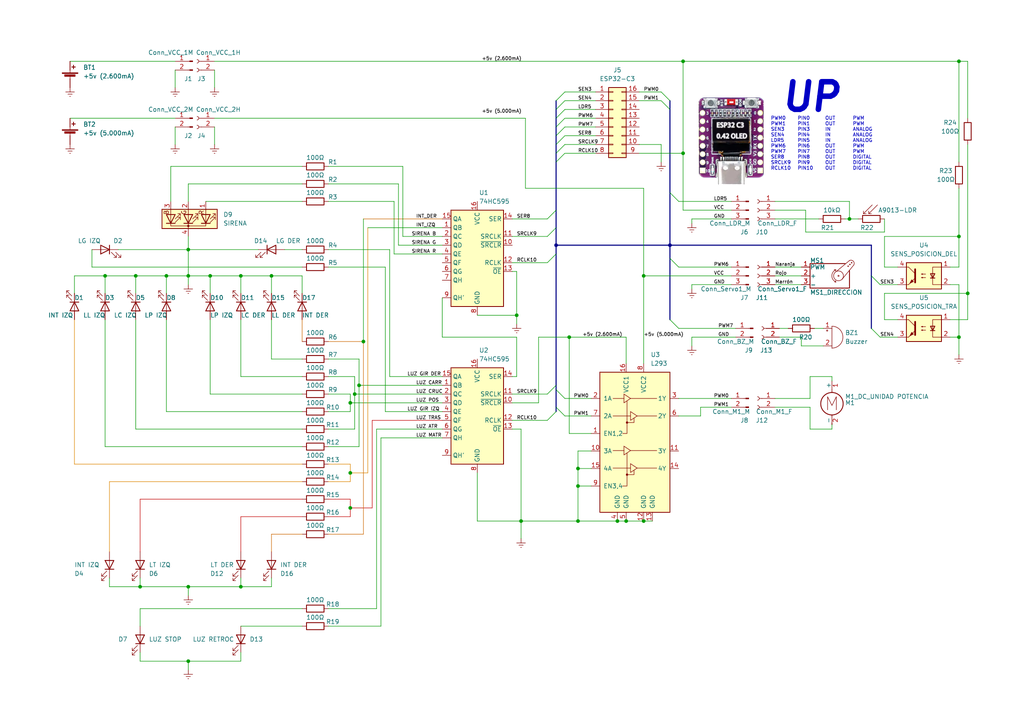
<source format=kicad_sch>
(kicad_sch (version 20211123) (generator eeschema)
  (paper "A4")
  (title_block (title "Esquema Coche Teledirigido 2") (date "2025-01-02") (rev "1") (company "CACA") (comment 1 "Esquema Coche Teledirigido 2"))
  (lib_symbols
    (symbol "74xx:74HC595"
      (property "Reference" "U" (at -7.62 13.97 0))
      (property "Value" "74HC595" (at -7.62 -16.51 0))
      (symbol "74HC595_1_0"
        (pin tri_state line (at 10.16 7.62 180) (length 2.54) (name "QB") (number "1"))
        (pin input line (at -10.16 2.54 0) (length 2.54) (name "~{SRCLR}") (number "10"))
        (pin input line (at -10.16 5.08 0) (length 2.54) (name "SRCLK") (number "11"))
        (pin input line (at -10.16 -2.54 0) (length 2.54) (name "RCLK") (number "12"))
        (pin input line (at -10.16 -5.08 0) (length 2.54) (name "~{OE}") (number "13"))
        (pin input line (at -10.16 10.16 0) (length 2.54) (name "SER") (number "14"))
        (pin tri_state line (at 10.16 10.16 180) (length 2.54) (name "QA") (number "15"))
        (pin power_in line (at 0 15.24 270) (length 2.54) (name "VCC") (number "16"))
        (pin tri_state line (at 10.16 5.08 180) (length 2.54) (name "QC") (number "2"))
        (pin tri_state line (at 10.16 2.54 180) (length 2.54) (name "QD") (number "3"))
        (pin tri_state line (at 10.16 0 180) (length 2.54) (name "QE") (number "4"))
        (pin tri_state line (at 10.16 -2.54 180) (length 2.54) (name "QF") (number "5"))
        (pin tri_state line (at 10.16 -5.08 180) (length 2.54) (name "QG") (number "6"))
        (pin tri_state line (at 10.16 -7.62 180) (length 2.54) (name "QH") (number "7"))
        (pin power_in line (at 0 -17.78 90) (length 2.54) (name "GND") (number "8"))
        (pin output line (at 10.16 -12.7 180) (length 2.54) (name "QH'") (number "9"))
      )
    )
    (symbol "Connector_Generic:Conn_02x08_Counter_Clockwise" (pin_names (offset 1.016) hide)
      (property "Reference" "J" (at 1.27 10.16 0))
      (property "Value" "Conn_02x08_Counter_Clockwise" (at 1.27 -12.7 0))
      (symbol "Conn_02x08_Counter_Clockwise_1_1"
        (pin passive line (at -5.08 7.62 0) (length 3.81) (name "Pin_1") (number "1"))
        (pin passive line (at 7.62 -7.62 180) (length 3.81) (name "Pin_10") (number "10"))
        (pin passive line (at 7.62 -5.08 180) (length 3.81) (name "Pin_11") (number "11"))
        (pin passive line (at 7.62 -2.54 180) (length 3.81) (name "Pin_12") (number "12"))
        (pin passive line (at 7.62 0 180) (length 3.81) (name "Pin_13") (number "13"))
        (pin passive line (at 7.62 2.54 180) (length 3.81) (name "Pin_14") (number "14"))
        (pin passive line (at 7.62 5.08 180) (length 3.81) (name "Pin_15") (number "15"))
        (pin passive line (at 7.62 7.62 180) (length 3.81) (name "Pin_16") (number "16"))
        (pin passive line (at -5.08 5.08 0) (length 3.81) (name "Pin_2") (number "2"))
        (pin passive line (at -5.08 2.54 0) (length 3.81) (name "Pin_3") (number "3"))
        (pin passive line (at -5.08 0 0) (length 3.81) (name "Pin_4") (number "4"))
        (pin passive line (at -5.08 -2.54 0) (length 3.81) (name "Pin_5") (number "5"))
        (pin passive line (at -5.08 -5.08 0) (length 3.81) (name "Pin_6") (number "6"))
        (pin passive line (at -5.08 -7.62 0) (length 3.81) (name "Pin_7") (number "7"))
        (pin passive line (at -5.08 -10.16 0) (length 3.81) (name "Pin_8") (number "8"))
        (pin passive line (at 7.62 -10.16 180) (length 3.81) (name "Pin_9") (number "9"))
      )
    )
    (symbol "Device:Battery_Cell" (pin_numbers hide) (pin_names (offset 0) hide)
      (property "Reference" "BT" (at 2.54 2.54 0))
      (property "Value" "Battery_Cell" (at 2.54 0 0))
      (symbol "Battery_Cell_1_1"
        (pin passive line (at 0 5.08 270) (length 2.54) (name "+") (number "1"))
        (pin passive line (at 0 -2.54 90) (length 2.54) (name "-") (number "2"))
      )
    )
    (symbol "Device:Buzzer" (pin_names (offset 0.0254) hide)
      (property "Reference" "BZ" (at 3.81 1.27 0))
      (property "Value" "Buzzer" (at 3.81 -1.27 0))
      (symbol "Buzzer_1_1"
        (pin passive line (at -2.54 2.54 0) (length 2.54) (name "-") (number "1"))
        (pin passive line (at -2.54 -2.54 0) (length 2.54) (name "+") (number "2"))
      )
    )
    (symbol "Device:LED" (pin_numbers hide) (pin_names (offset 1.016) hide)
      (property "Reference" "D" (at 0 2.54 0))
      (property "Value" "LED" (at 0 -2.54 0))
      (symbol "LED_1_1"
        (pin passive line (at -3.81 0 0) (length 2.54) (name "K") (number "1"))
        (pin passive line (at 3.81 0 180) (length 2.54) (name "A") (number "2"))
      )
    )
    (symbol "Device:LED_RGBK" (pin_names (offset 0) hide)
      (property "Reference" "D" (at 0 9.398 0))
      (property "Value" "LED_RGBK" (at 0 -8.89 0))
      (symbol "LED_RGBK_0_0"
        (text "B" (at 1.905 -6.35 0) (effects (font (size 1.27 1.27))))
        (text "G" (at 1.905 -1.27 0) (effects (font (size 1.27 1.27))))
        (text "R" (at 1.905 3.81 0) (effects (font (size 1.27 1.27))))
      )
      (symbol "LED_RGBK_1_1"
        (pin passive line (at 5.08 5.08 180) (length 2.54) (name "RA") (number "1"))
        (pin passive line (at 5.08 0 180) (length 2.54) (name "GA") (number "2"))
        (pin passive line (at 5.08 -5.08 180) (length 2.54) (name "BA") (number "3"))
        (pin passive line (at -5.08 0 0) (length 2.54) (name "K") (number "4"))
      )
    )
    (symbol "Driver_Motor:L293" (pin_names (offset 1.016))
      (property "Reference" "U" (at -5.08 26.035 0))
      (property "Value" "L293" (at -5.08 24.13 0))
      (symbol "L293_1_1"
        (pin input line (at -12.7 5.08 0) (length 2.54) (name "EN1,2") (number "1"))
        (pin input line (at -12.7 0 0) (length 2.54) (name "3A") (number "10"))
        (pin output line (at 12.7 0 180) (length 2.54) (name "3Y") (number "11"))
        (pin power_in line (at 2.54 -20.32 90) (length 2.54) (name "GND") (number "12"))
        (pin power_in line (at 5.08 -20.32 90) (length 2.54) (name "GND") (number "13"))
        (pin output line (at 12.7 -5.08 180) (length 2.54) (name "4Y") (number "14"))
        (pin input line (at -12.7 -5.08 0) (length 2.54) (name "4A") (number "15"))
        (pin power_in line (at -2.54 25.4 270) (length 2.54) (name "VCC1") (number "16"))
        (pin input line (at -12.7 15.24 0) (length 2.54) (name "1A") (number "2"))
        (pin output line (at 12.7 15.24 180) (length 2.54) (name "1Y") (number "3"))
        (pin power_in line (at -5.08 -20.32 90) (length 2.54) (name "GND") (number "4"))
        (pin power_in line (at -2.54 -20.32 90) (length 2.54) (name "GND") (number "5"))
        (pin output line (at 12.7 10.16 180) (length 2.54) (name "2Y") (number "6"))
        (pin input line (at -12.7 10.16 0) (length 2.54) (name "2A") (number "7"))
        (pin power_in line (at 2.54 25.4 270) (length 2.54) (name "VCC2") (number "8"))
        (pin input line (at -12.7 -10.16 0) (length 2.54) (name "EN3,4") (number "9"))
      )
    )
    (symbol "Isolator:FODM217A"
      (property "Reference" "U" (at -5.08 5.08 0))
      (property "Value" "FODM217A" (at 0 5.08 0))
      (symbol "FODM217A_1_1"
        (pin passive line (at -7.62 2.54 0) (length 2.54) (name "~") (number "1"))
        (pin passive line (at -7.62 -2.54 0) (length 2.54) (name "~") (number "2"))
        (pin passive line (at 7.62 -2.54 180) (length 2.54) (name "~") (number "3"))
        (pin passive line (at 7.62 2.54 180) (length 2.54) (name "~") (number "4"))
      )
    )
    (symbol "Sensor_Optical:A9013" (pin_numbers hide) (pin_names (offset 0))
      (property "Reference" "R" (at -5.08 0 90))
      (property "Value" "A9013" (at 1.905 0 90))
      (symbol "A9013_1_1"
        (pin passive line (at 0 3.81 270) (length 1.27) (name "~") (number "1"))
        (pin passive line (at 0 -3.81 90) (length 1.27) (name "~") (number "2"))
      )
    )
    (symbol "caca-coche-rescue:Conn_01x02_Female" (pin_names (offset 1.016) hide)
      (property "Reference" "J" (at 0 2.54 0))
      (property "Value" "Conn_01x02_Female" (at 0 -5.08 0))
      (symbol "Conn_01x02_Female_1_1"
        (pin passive line (at -5.08 0 0) (length 3.81) (name "Pin_1") (number "1"))
        (pin passive line (at -5.08 -2.54 0) (length 3.81) (name "Pin_2") (number "2"))
      )
    )
    (symbol "caca-coche-rescue:Conn_01x02_Male" (pin_names (offset 1.016) hide)
      (property "Reference" "J" (at 0 2.54 0))
      (property "Value" "Conn_01x02_Male" (at 0 -5.08 0))
      (symbol "Conn_01x02_Male_1_1"
        (pin passive line (at 5.08 0 180) (length 3.81) (name "Pin_1") (number "1"))
        (pin passive line (at 5.08 -2.54 180) (length 3.81) (name "Pin_2") (number "2"))
      )
    )
    (symbol "caca-coche-rescue:Conn_01x03_Female" (pin_names (offset 1.016) hide)
      (property "Reference" "J" (at 0 5.08 0))
      (property "Value" "Conn_01x03_Female" (at 0 -5.08 0))
      (symbol "Conn_01x03_Female_1_1"
        (pin passive line (at -5.08 2.54 0) (length 3.81) (name "Pin_1") (number "1"))
        (pin passive line (at -5.08 0 0) (length 3.81) (name "Pin_2") (number "2"))
        (pin passive line (at -5.08 -2.54 0) (length 3.81) (name "Pin_3") (number "3"))
      )
    )
    (symbol "caca-coche-rescue:Conn_01x03_Male" (pin_names (offset 1.016) hide)
      (property "Reference" "J" (at 0 5.08 0))
      (property "Value" "Conn_01x03_Male" (at 0 -5.08 0))
      (symbol "Conn_01x03_Male_1_1"
        (pin passive line (at 5.08 2.54 180) (length 3.81) (name "Pin_1") (number "1"))
        (pin passive line (at 5.08 0 180) (length 3.81) (name "Pin_2") (number "2"))
        (pin passive line (at 5.08 -2.54 180) (length 3.81) (name "Pin_3") (number "3"))
      )
    )
    (symbol "caca-coche-rescue:Earth" (power) (pin_names (offset 0))
      (symbol "Earth_1_1"
        (pin power_in line (at 0 0 270) (length 0) hide (name "Earth") (number "1"))
      )
    )
    (symbol "caca-coche-rescue:Motor_DC" (pin_names (offset 0))
      (property "Reference" "M" (at 2.54 2.54 0))
      (property "Value" "Motor_DC" (at 2.54 -5.08 0))
      (symbol "Motor_DC_1_1"
        (pin passive line (at 0 5.08 270) (length 2.54) (name "+") (number "1"))
        (pin passive line (at 0 -7.62 90) (length 2.54) (name "-") (number "2"))
      )
    )
    (symbol "caca-coche-rescue:Motor_Servo" (pin_names (offset 0.0254))
      (property "Reference" "M" (at -5.08 4.445 0))
      (property "Value" "Motor_Servo" (at -5.08 -4.064 0))
      (symbol "Motor_Servo_1_1"
        (pin passive line (at -7.62 2.54 0) (length 2.54) (name "PWM") (number "1"))
        (pin passive line (at -7.62 0 0) (length 2.54) (name "+") (number "2"))
        (pin passive line (at -7.62 -2.54 0) (length 2.54) (name "-") (number "3"))
      )
    )
    (symbol "caca-coche-rescue:R" (pin_numbers hide) (pin_names (offset 0))
      (property "Reference" "R" (at 2.032 0 90))
      (property "Value" "R" (at 0 0 90))
      (symbol "R_1_1"
        (pin passive line (at 0 3.81 270) (length 1.27) (name "~") (number "1"))
        (pin passive line (at 0 -3.81 90) (length 1.27) (name "~") (number "2"))
      )
    )
    (symbol "power:GNDREF" (power) (pin_names (offset 0))
      (property "Value" "GNDREF" (at 0 -3.81 0))
      (symbol "GNDREF_1_1"
        (pin power_in line (at 0 0 270) (length 0) hide (name "GNDREF") (number "1"))
      )
    )
  )
  (junction (at 246.38 63.5))
  (junction (at 60.96 80.01))
  (junction (at 278.13 68.58))
  (junction (at 194.31 71.12))
  (junction (at 69.85 170.18))
  (junction (at 101.6 116.84))
  (junction (at 167.64 140.97))
  (junction (at 30.48 80.01))
  (junction (at 278.13 97.79))
  (junction (at 161.29 71.12))
  (junction (at 186.69 80.01))
  (junction (at 101.6 147.32))
  (junction (at 69.85 80.01))
  (junction (at 102.87 114.3))
  (junction (at 179.07 151.13))
  (junction (at 167.64 151.13))
  (junction (at 280.67 85.09))
  (junction (at 54.61 170.18))
  (junction (at 48.26 80.01))
  (junction (at 105.41 99.06))
  (junction (at 149.86 91.44))
  (junction (at 54.61 72.39))
  (junction (at 39.37 80.01))
  (junction (at 165.1 97.79))
  (junction (at 198.12 17.78))
  (junction (at 54.61 80.01))
  (junction (at 54.61 191.77))
  (junction (at 101.6 137.16))
  (junction (at 40.64 170.18))
  (junction (at 278.13 17.78))
  (junction (at 198.12 44.45))
  (junction (at 78.74 80.01))
  (junction (at 181.61 151.13))
  (junction (at 151.13 151.13))
  (junction (at 186.69 151.13))
  (junction (at 104.14 111.76))
  (junction (at 167.64 135.89))
  (bus_entry (at 161.29 41.91) (size 2.54 -2.54))
  (bus_entry (at 161.29 113.03) (size 2.54 2.54))
  (bus_entry (at 158.75 121.92) (size 2.54 -2.54))
  (bus_entry (at 158.75 63.5) (size 2.54 -2.54))
  (bus_entry (at 161.29 118.11) (size 2.54 2.54))
  (bus_entry (at 194.31 55.88) (size 2.54 2.54))
  (bus_entry (at 252.73 80.01) (size 2.54 2.54))
  (bus_entry (at 161.29 44.45) (size 2.54 -2.54))
  (bus_entry (at 161.29 36.83) (size 2.54 -2.54))
  (bus_entry (at 158.75 68.58) (size 2.54 -2.54))
  (bus_entry (at 191.77 26.67) (size 2.54 2.54))
  (bus_entry (at 161.29 29.21) (size 2.54 -2.54))
  (bus_entry (at 158.75 114.3) (size 2.54 -2.54))
  (bus_entry (at 191.77 29.21) (size 2.54 2.54))
  (bus_entry (at 158.75 76.2) (size 2.54 -2.54))
  (bus_entry (at 194.31 74.93) (size 2.54 2.54))
  (bus_entry (at 161.29 31.75) (size 2.54 -2.54))
  (bus_entry (at 161.29 34.29) (size 2.54 -2.54))
  (bus_entry (at 252.73 95.25) (size 2.54 2.54))
  (bus_entry (at 161.29 46.99) (size 2.54 -2.54))
  (bus_entry (at 161.29 39.37) (size 2.54 -2.54))
  (bus_entry (at 194.31 92.71) (size 2.54 2.54))
  (bus (pts (xy 161.29 46.99) (xy 161.29 60.96)))
  (wire (pts (xy 113.03 72.39) (xy 113.03 109.22)))
  (wire (pts (xy 200.66 97.79) (xy 200.66 100.33)))
  (wire (pts (xy 105.41 99.06) (xy 105.41 154.94)) (stroke (width 0) (color 204 102 0 1)))
  (wire (pts (xy 149.86 109.22) (xy 148.59 109.22)))
  (wire (pts (xy 101.6 116.84) (xy 101.6 119.38)))
  (wire (pts (xy 39.37 124.46) (xy 87.63 124.46)))
  (wire (pts (xy 60.96 80.01) (xy 69.85 80.01)))
  (wire (pts (xy 69.85 170.18) (xy 78.74 170.18)))
  (wire (pts (xy 255.27 82.55) (xy 260.35 82.55)))
  (wire (pts (xy 69.85 109.22) (xy 69.85 92.71)))
  (wire (pts (xy 163.83 120.65) (xy 171.45 120.65)))
  (wire (pts (xy 30.48 129.54) (xy 87.63 129.54)))
  (bus (pts (xy 194.31 71.12) (xy 252.73 71.12)))
  (wire (pts (xy 95.25 139.7) (xy 101.6 139.7)) (stroke (width 0) (color 221 133 0 1)))
  (wire (pts (xy 107.95 121.92) (xy 128.27 121.92)) (stroke (width 0) (color 194 0 0 1)))
  (bus (pts (xy 161.29 66.04) (xy 161.29 71.12)))
  (wire (pts (xy 138.43 137.16) (xy 138.43 151.13)))
  (wire (pts (xy 196.85 58.42) (xy 212.09 58.42)))
  (wire (pts (xy 186.69 80.01) (xy 186.69 105.41)))
  (wire (pts (xy 20.32 34.29) (xy 50.8 34.29)))
  (wire (pts (xy 167.64 130.81) (xy 167.64 135.89)))
  (wire (pts (xy 152.4 34.29) (xy 152.4 54.61)))
  (wire (pts (xy 54.61 170.18) (xy 69.85 170.18)))
  (wire (pts (xy 280.67 17.78) (xy 280.67 34.29)))
  (wire (pts (xy 198.12 60.96) (xy 212.09 60.96)))
  (wire (pts (xy 256.54 92.71) (xy 256.54 85.09)))
  (bus (pts (xy 194.31 31.75) (xy 194.31 55.88)))
  (wire (pts (xy 30.48 129.54) (xy 30.48 92.71)))
  (wire (pts (xy 30.48 80.01) (xy 30.48 85.09)))
  (wire (pts (xy 110.49 127) (xy 128.27 127)))
  (bus (pts (xy 194.31 71.12) (xy 194.31 74.93)))
  (wire (pts (xy 21.59 134.62) (xy 21.59 92.71)) (stroke (width 0) (color 221 133 0 1)))
  (wire (pts (xy 54.61 80.01) (xy 60.96 80.01)))
  (wire (pts (xy 95.25 114.3) (xy 101.6 114.3)))
  (wire (pts (xy 111.76 77.47) (xy 111.76 119.38)))
  (wire (pts (xy 234.95 118.11) (xy 234.95 124.46)))
  (wire (pts (xy 87.63 114.3) (xy 60.96 114.3)))
  (wire (pts (xy 114.3 58.42) (xy 114.3 73.66)))
  (wire (pts (xy 163.83 29.21) (xy 172.72 29.21)))
  (wire (pts (xy 87.63 154.94) (xy 78.74 154.94)) (stroke (width 0) (color 204 102 0 1)))
  (wire (pts (xy 236.22 95.25) (xy 238.76 95.25)))
  (wire (pts (xy 151.13 151.13) (xy 151.13 156.21)))
  (wire (pts (xy 165.1 97.79) (xy 181.61 97.79)))
  (wire (pts (xy 232.41 82.55) (xy 224.79 82.55)))
  (wire (pts (xy 138.43 151.13) (xy 151.13 151.13)))
  (wire (pts (xy 95.25 129.54) (xy 104.14 129.54)))
  (wire (pts (xy 198.12 44.45) (xy 198.12 17.78)))
  (wire (pts (xy 95.25 48.26) (xy 116.84 48.26)))
  (wire (pts (xy 105.41 63.5) (xy 105.41 99.06)))
  (wire (pts (xy 278.13 82.55) (xy 278.13 97.79)))
  (wire (pts (xy 148.59 68.58) (xy 158.75 68.58)))
  (wire (pts (xy 232.41 97.79) (xy 232.41 100.33)))
  (wire (pts (xy 234.95 124.46) (xy 241.3 124.46)))
  (wire (pts (xy 48.26 119.38) (xy 87.63 119.38)))
  (wire (pts (xy 26.67 77.47) (xy 87.63 77.47)))
  (wire (pts (xy 40.64 191.77) (xy 54.61 191.77)))
  (wire (pts (xy 148.59 124.46) (xy 151.13 124.46)))
  (wire (pts (xy 245.11 63.5) (xy 246.38 63.5)))
  (wire (pts (xy 115.57 71.12) (xy 128.27 71.12)))
  (wire (pts (xy 34.29 72.39) (xy 54.61 72.39)))
  (wire (pts (xy 87.63 80.01) (xy 78.74 80.01)))
  (wire (pts (xy 62.23 17.78) (xy 198.12 17.78)))
  (bus (pts (xy 161.29 44.45) (xy 161.29 46.99)))
  (wire (pts (xy 128.27 97.79) (xy 149.86 97.79)))
  (wire (pts (xy 78.74 104.14) (xy 78.74 92.71)))
  (bus (pts (xy 252.73 80.01) (xy 252.73 71.12)))
  (wire (pts (xy 186.69 80.01) (xy 212.09 80.01)))
  (wire (pts (xy 275.59 82.55) (xy 278.13 82.55)))
  (wire (pts (xy 62.23 36.83) (xy 62.23 41.91)))
  (wire (pts (xy 167.64 135.89) (xy 167.64 140.97)))
  (wire (pts (xy 115.57 53.34) (xy 115.57 71.12)))
  (wire (pts (xy 163.83 115.57) (xy 171.45 115.57)))
  (wire (pts (xy 48.26 85.09) (xy 48.26 80.01)))
  (wire (pts (xy 107.95 121.92) (xy 107.95 147.32)) (stroke (width 0) (color 194 0 0 1)))
  (wire (pts (xy 105.41 63.5) (xy 128.27 63.5)) (stroke (width 0) (color 204 102 0 1)))
  (wire (pts (xy 278.13 17.78) (xy 278.13 46.99)))
  (wire (pts (xy 224.79 63.5) (xy 237.49 63.5)))
  (wire (pts (xy 104.14 104.14) (xy 104.14 111.76)))
  (wire (pts (xy 95.25 176.53) (xy 109.22 176.53)))
  (bus (pts (xy 252.73 95.25) (xy 252.73 80.01)))
  (wire (pts (xy 156.21 116.84) (xy 156.21 97.79)))
  (wire (pts (xy 232.41 77.47) (xy 224.79 77.47)))
  (wire (pts (xy 232.41 80.01) (xy 224.79 80.01)))
  (wire (pts (xy 31.75 139.7) (xy 31.75 160.02)) (stroke (width 0) (color 221 133 0 1)))
  (wire (pts (xy 278.13 97.79) (xy 278.13 102.87)))
  (wire (pts (xy 203.2 118.11) (xy 203.2 120.65)))
  (wire (pts (xy 275.59 92.71) (xy 280.67 92.71)))
  (wire (pts (xy 148.59 116.84) (xy 156.21 116.84)))
  (wire (pts (xy 226.06 95.25) (xy 228.6 95.25)))
  (wire (pts (xy 95.25 124.46) (xy 102.87 124.46)))
  (wire (pts (xy 95.25 99.06) (xy 105.41 99.06)) (stroke (width 0) (color 204 102 0 1)))
  (wire (pts (xy 246.38 63.5) (xy 246.38 58.42)))
  (wire (pts (xy 40.64 167.64) (xy 40.64 170.18)))
  (wire (pts (xy 138.43 91.44) (xy 149.86 91.44)))
  (wire (pts (xy 78.74 154.94) (xy 78.74 160.02)) (stroke (width 0) (color 204 102 0 1)))
  (wire (pts (xy 163.83 31.75) (xy 172.72 31.75)))
  (wire (pts (xy 171.45 125.73) (xy 165.1 125.73)))
  (wire (pts (xy 196.85 77.47) (xy 212.09 77.47)))
  (wire (pts (xy 256.54 68.58) (xy 278.13 68.58)))
  (wire (pts (xy 151.13 124.46) (xy 151.13 151.13)))
  (wire (pts (xy 39.37 80.01) (xy 48.26 80.01)))
  (wire (pts (xy 203.2 118.11) (xy 212.09 118.11)))
  (wire (pts (xy 21.59 134.62) (xy 87.63 134.62)) (stroke (width 0) (color 221 133 0 1)))
  (wire (pts (xy 107.95 147.32) (xy 101.6 147.32)) (stroke (width 0) (color 194 0 0 1)))
  (wire (pts (xy 69.85 189.23) (xy 69.85 191.77)))
  (wire (pts (xy 167.64 140.97) (xy 171.45 140.97)))
  (wire (pts (xy 49.53 58.42) (xy 49.53 48.26)))
  (wire (pts (xy 109.22 176.53) (xy 109.22 124.46)))
  (wire (pts (xy 69.85 149.86) (xy 69.85 160.02)) (stroke (width 0) (color 194 0 0 1)))
  (wire (pts (xy 106.68 66.04) (xy 128.27 66.04)))
  (wire (pts (xy 87.63 109.22) (xy 69.85 109.22)))
  (wire (pts (xy 213.36 97.79) (xy 200.66 97.79)))
  (wire (pts (xy 21.59 85.09) (xy 21.59 80.01)))
  (bus (pts (xy 161.29 39.37) (xy 161.29 41.91)))
  (wire (pts (xy 78.74 80.01) (xy 69.85 80.01)))
  (wire (pts (xy 30.48 80.01) (xy 39.37 80.01)))
  (wire (pts (xy 95.25 109.22) (xy 102.87 109.22)))
  (bus (pts (xy 194.31 55.88) (xy 194.31 71.12)))
  (wire (pts (xy 95.25 72.39) (xy 113.03 72.39)))
  (wire (pts (xy 148.59 76.2) (xy 158.75 76.2)))
  (bus (pts (xy 161.29 73.66) (xy 161.29 111.76)))
  (wire (pts (xy 101.6 137.16) (xy 101.6 139.7)) (stroke (width 0) (color 221 133 0 1)))
  (wire (pts (xy 234.95 109.22) (xy 234.95 115.57)))
  (wire (pts (xy 165.1 97.79) (xy 165.1 125.73)))
  (wire (pts (xy 59.69 58.42) (xy 87.63 58.42)))
  (wire (pts (xy 186.69 151.13) (xy 189.23 151.13)))
  (wire (pts (xy 69.85 80.01) (xy 69.85 85.09)))
  (wire (pts (xy 171.45 130.81) (xy 167.64 130.81)))
  (wire (pts (xy 167.64 135.89) (xy 171.45 135.89)))
  (wire (pts (xy 87.63 144.78) (xy 40.64 144.78)) (stroke (width 0) (color 194 0 0 1)))
  (bus (pts (xy 194.31 29.21) (xy 194.31 31.75)))
  (wire (pts (xy 87.63 92.71) (xy 87.63 99.06)) (stroke (width 0) (color 204 102 0 1)))
  (wire (pts (xy 163.83 36.83) (xy 172.72 36.83)))
  (wire (pts (xy 95.25 77.47) (xy 111.76 77.47)))
  (wire (pts (xy 95.25 53.34) (xy 115.57 53.34)))
  (wire (pts (xy 234.95 115.57) (xy 224.79 115.57)))
  (wire (pts (xy 106.68 66.04) (xy 106.68 137.16)) (stroke (width 0) (color 221 133 0 1)))
  (wire (pts (xy 87.63 104.14) (xy 78.74 104.14)))
  (wire (pts (xy 163.83 34.29) (xy 172.72 34.29)))
  (wire (pts (xy 200.66 82.55) (xy 212.09 82.55)))
  (wire (pts (xy 198.12 44.45) (xy 198.12 60.96)))
  (wire (pts (xy 200.66 63.5) (xy 200.66 64.77)))
  (wire (pts (xy 148.59 78.74) (xy 149.86 78.74)))
  (wire (pts (xy 114.3 73.66) (xy 128.27 73.66)))
  (wire (pts (xy 101.6 116.84) (xy 128.27 116.84)))
  (wire (pts (xy 69.85 167.64) (xy 69.85 170.18)))
  (bus (pts (xy 161.29 118.11) (xy 161.29 119.38)))
  (wire (pts (xy 203.2 120.65) (xy 196.85 120.65)))
  (wire (pts (xy 101.6 144.78) (xy 101.6 147.32)) (stroke (width 0) (color 194 0 0 1)))
  (wire (pts (xy 54.61 72.39) (xy 74.93 72.39)))
  (wire (pts (xy 148.59 63.5) (xy 158.75 63.5)))
  (bus (pts (xy 161.29 71.12) (xy 194.31 71.12)))
  (wire (pts (xy 200.66 82.55) (xy 200.66 83.82)))
  (bus (pts (xy 161.29 41.91) (xy 161.29 44.45)))
  (wire (pts (xy 31.75 170.18) (xy 40.64 170.18)))
  (wire (pts (xy 26.67 72.39) (xy 26.67 77.47)))
  (wire (pts (xy 54.61 58.42) (xy 54.61 53.34)))
  (wire (pts (xy 87.63 139.7) (xy 31.75 139.7)) (stroke (width 0) (color 221 133 0 1)))
  (wire (pts (xy 113.03 109.22) (xy 128.27 109.22)))
  (wire (pts (xy 224.79 60.96) (xy 233.68 60.96)))
  (wire (pts (xy 39.37 85.09) (xy 39.37 80.01)))
  (wire (pts (xy 40.64 170.18) (xy 54.61 170.18)))
  (bus (pts (xy 194.31 74.93) (xy 194.31 92.71)))
  (wire (pts (xy 40.64 176.53) (xy 40.64 181.61)))
  (wire (pts (xy 101.6 114.3) (xy 101.6 116.84)))
  (wire (pts (xy 151.13 151.13) (xy 167.64 151.13)))
  (wire (pts (xy 196.85 95.25) (xy 213.36 95.25)))
  (bus (pts (xy 161.29 34.29) (xy 161.29 36.83)))
  (wire (pts (xy 69.85 191.77) (xy 54.61 191.77)))
  (wire (pts (xy 31.75 167.64) (xy 31.75 170.18)))
  (wire (pts (xy 116.84 68.58) (xy 128.27 68.58)))
  (wire (pts (xy 87.63 149.86) (xy 69.85 149.86)) (stroke (width 0) (color 194 0 0 1)))
  (wire (pts (xy 95.25 181.61) (xy 110.49 181.61)))
  (wire (pts (xy 212.09 63.5) (xy 200.66 63.5)))
  (wire (pts (xy 40.64 176.53) (xy 87.63 176.53)))
  (wire (pts (xy 185.42 44.45) (xy 198.12 44.45)))
  (bus (pts (xy 161.29 29.21) (xy 161.29 31.75)))
  (wire (pts (xy 163.83 44.45) (xy 172.72 44.45)))
  (wire (pts (xy 111.76 119.38) (xy 128.27 119.38)))
  (wire (pts (xy 95.25 134.62) (xy 101.6 134.62)) (stroke (width 0) (color 221 133 0 1)))
  (wire (pts (xy 280.67 85.09) (xy 280.67 92.71)))
  (wire (pts (xy 110.49 181.61) (xy 110.49 127)))
  (wire (pts (xy 20.32 17.78) (xy 50.8 17.78)))
  (wire (pts (xy 40.64 189.23) (xy 40.64 191.77)))
  (wire (pts (xy 50.8 36.83) (xy 50.8 41.91)))
  (wire (pts (xy 87.63 85.09) (xy 87.63 80.01)))
  (wire (pts (xy 226.06 97.79) (xy 232.41 97.79)))
  (wire (pts (xy 54.61 191.77) (xy 54.61 194.31)))
  (wire (pts (xy 78.74 167.64) (xy 78.74 170.18)))
  (wire (pts (xy 149.86 78.74) (xy 149.86 91.44)))
  (wire (pts (xy 172.72 26.67) (xy 163.83 26.67)))
  (wire (pts (xy 167.64 151.13) (xy 167.64 140.97)))
  (bus (pts (xy 161.29 111.76) (xy 161.29 113.03)))
  (bus (pts (xy 161.29 31.75) (xy 161.29 34.29)))
  (wire (pts (xy 102.87 109.22) (xy 102.87 114.3)))
  (wire (pts (xy 149.86 97.79) (xy 149.86 109.22)))
  (wire (pts (xy 185.42 41.91) (xy 191.77 41.91)))
  (wire (pts (xy 50.8 20.32) (xy 50.8 25.4)))
  (wire (pts (xy 280.67 41.91) (xy 280.67 85.09)))
  (wire (pts (xy 102.87 114.3) (xy 102.87 124.46)))
  (wire (pts (xy 256.54 67.31) (xy 256.54 63.5)))
  (wire (pts (xy 101.6 134.62) (xy 101.6 137.16)) (stroke (width 0) (color 221 133 0 1)))
  (wire (pts (xy 82.55 72.39) (xy 87.63 72.39)))
  (wire (pts (xy 78.74 80.01) (xy 78.74 85.09)))
  (wire (pts (xy 54.61 170.18) (xy 54.61 172.72)))
  (wire (pts (xy 95.25 154.94) (xy 105.41 154.94)) (stroke (width 0) (color 204 102 0 1)))
  (wire (pts (xy 275.59 77.47) (xy 278.13 77.47)))
  (wire (pts (xy 101.6 147.32) (xy 101.6 149.86)) (stroke (width 0) (color 194 0 0 1)))
  (wire (pts (xy 148.59 121.92) (xy 158.75 121.92)))
  (wire (pts (xy 163.83 41.91) (xy 172.72 41.91)))
  (wire (pts (xy 238.76 100.33) (xy 232.41 100.33)))
  (wire (pts (xy 128.27 86.36) (xy 128.27 97.79)))
  (wire (pts (xy 62.23 34.29) (xy 152.4 34.29)))
  (wire (pts (xy 69.85 181.61) (xy 87.63 181.61)))
  (wire (pts (xy 109.22 124.46) (xy 128.27 124.46)))
  (wire (pts (xy 181.61 151.13) (xy 186.69 151.13)))
  (wire (pts (xy 62.23 20.32) (xy 62.23 25.4)))
  (wire (pts (xy 260.35 77.47) (xy 256.54 77.47)))
  (wire (pts (xy 54.61 80.01) (xy 54.61 82.55)))
  (wire (pts (xy 185.42 26.67) (xy 191.77 26.67)))
  (wire (pts (xy 198.12 17.78) (xy 278.13 17.78)))
  (wire (pts (xy 278.13 17.78) (xy 280.67 17.78)))
  (wire (pts (xy 181.61 105.41) (xy 181.61 97.79)))
  (wire (pts (xy 95.25 104.14) (xy 104.14 104.14)))
  (wire (pts (xy 275.59 97.79) (xy 278.13 97.79)))
  (wire (pts (xy 167.64 151.13) (xy 179.07 151.13)))
  (wire (pts (xy 148.59 114.3) (xy 158.75 114.3)))
  (bus (pts (xy 161.29 113.03) (xy 161.29 118.11)))
  (wire (pts (xy 48.26 80.01) (xy 54.61 80.01)))
  (wire (pts (xy 224.79 58.42) (xy 246.38 58.42)))
  (wire (pts (xy 95.25 144.78) (xy 101.6 144.78)) (stroke (width 0) (color 194 0 0 1)))
  (bus (pts (xy 161.29 71.12) (xy 161.29 73.66)))
  (wire (pts (xy 224.79 118.11) (xy 234.95 118.11)))
  (wire (pts (xy 191.77 41.91) (xy 191.77 46.99)))
  (wire (pts (xy 102.87 114.3) (xy 128.27 114.3)))
  (wire (pts (xy 104.14 111.76) (xy 104.14 129.54)))
  (wire (pts (xy 116.84 48.26) (xy 116.84 68.58)))
  (wire (pts (xy 233.68 67.31) (xy 256.54 67.31)))
  (wire (pts (xy 246.38 63.5) (xy 248.92 63.5)))
  (wire (pts (xy 255.27 97.79) (xy 260.35 97.79)))
  (wire (pts (xy 185.42 29.21) (xy 191.77 29.21)))
  (bus (pts (xy 161.29 36.83) (xy 161.29 39.37)))
  (wire (pts (xy 60.96 114.3) (xy 60.96 92.71)))
  (wire (pts (xy 149.86 91.44) (xy 149.86 93.98)))
  (wire (pts (xy 186.69 54.61) (xy 186.69 80.01)))
  (bus (pts (xy 161.29 60.96) (xy 161.29 66.04)))
  (wire (pts (xy 49.53 48.26) (xy 87.63 48.26)))
  (wire (pts (xy 54.61 68.58) (xy 54.61 72.39)))
  (wire (pts (xy 48.26 92.71) (xy 48.26 119.38)))
  (wire (pts (xy 60.96 85.09) (xy 60.96 80.01)))
  (wire (pts (xy 256.54 85.09) (xy 280.67 85.09)))
  (wire (pts (xy 21.59 80.01) (xy 30.48 80.01)))
  (wire (pts (xy 278.13 77.47) (xy 278.13 68.58)))
  (wire (pts (xy 256.54 77.47) (xy 256.54 68.58)))
  (wire (pts (xy 241.3 124.46) (xy 241.3 123.19)))
  (wire (pts (xy 241.3 109.22) (xy 234.95 109.22)))
  (wire (pts (xy 95.25 149.86) (xy 101.6 149.86)) (stroke (width 0) (color 194 0 0 1)))
  (wire (pts (xy 241.3 110.49) (xy 241.3 109.22)))
  (wire (pts (xy 54.61 72.39) (xy 54.61 80.01)))
  (wire (pts (xy 152.4 54.61) (xy 186.69 54.61)))
  (wire (pts (xy 196.85 115.57) (xy 212.09 115.57)))
  (wire (pts (xy 106.68 137.16) (xy 101.6 137.16)) (stroke (width 0) (color 221 133 0 1)))
  (wire (pts (xy 163.83 39.37) (xy 172.72 39.37)))
  (wire (pts (xy 260.35 92.71) (xy 256.54 92.71)))
  (wire (pts (xy 95.25 58.42) (xy 114.3 58.42)))
  (wire (pts (xy 104.14 111.76) (xy 128.27 111.76)))
  (wire (pts (xy 179.07 151.13) (xy 181.61 151.13)))
  (wire (pts (xy 54.61 53.34) (xy 87.63 53.34)))
  (wire (pts (xy 278.13 54.61) (xy 278.13 68.58)))
  (wire (pts (xy 40.64 144.78) (xy 40.64 160.02)) (stroke (width 0) (color 194 0 0 1)))
  (wire (pts (xy 39.37 92.71) (xy 39.37 124.46)))
  (wire (pts (xy 95.25 119.38) (xy 101.6 119.38)))
  (wire (pts (xy 156.21 97.79) (xy 165.1 97.79)))
  (wire (pts (xy 233.68 60.96) (xy 233.68 67.31)))
  (image (at 212.09 40.64))
  (text "PWM0	PIN0	OUT		PWM\nPWM1	PIN1	OUT		PWM\nSEN3	PIN3	IN		ANALOG\nSEN4	PIN4	IN		ANALOG\nLDR5	PIN5	IN		ANALOG\nPWM6	PIN6	OUT		PWM\nPWM7	PIN7	OUT		PWM\nSER8	PIN8	OUT		DIGITAL\nSRCLK9	PIN9	OUT		DIGITAL\nRCLK10	PIN10	OUT		DIGITAL\n" (at 223.52 49.53 0) (effects (font (size 1 1)) (justify left bottom)))
  (text "UP" (at 226.06 33.02 0) (effects (font (size 8.001 8.001) (thickness 1.6002) bold italic) (justify left bottom)))
  (label "SEN4" (at 167.64 29.21 0) (effects (font (size 0.9906 0.9906))))
  (label "INT_IZQ" (at 120.65 66.04 0) (effects (font (size 0.9906 0.9906))))
  (label "SER8" (at 167.64 39.37 0) (effects (font (size 0.9906 0.9906))))
  (label "+5v (2.600mA)" (at 168.91 97.79 0) (effects (font (size 0.9906 0.9906))))
  (label "SRCLK9" (at 167.64 41.91 0) (effects (font (size 0.9906 0.9906))))
  (label "SEN3" (at 255.27 82.55 0) (effects (font (size 0.9906 0.9906))))
  (label "Rojo" (at 224.79 80.01 0) (effects (font (size 0.9906 0.9906))))
  (label "GND" (at 207.01 63.5 0) (effects (font (size 0.9906 0.9906))))
  (label "SIRENA G" (at 119.38 71.12 0) (effects (font (size 0.9906 0.9906))))
  (label "Naranja" (at 224.79 77.47 0) (effects (font (size 0.9906 0.9906))))
  (label "VCC" (at 207.01 60.96 0) (effects (font (size 0.9906 0.9906))))
  (label "VCC" (at 207.01 80.01 0) (effects (font (size 0.9906 0.9906))))
  (label "+5v (5.000mA)" (at 139.7 33.02 0) (effects (font (size 0.9906 0.9906))))
  (label "PWM7" (at 208.28 95.25 0) (effects (font (size 0.9906 0.9906))))
  (label "PWM1" (at 186.69 29.21 0) (effects (font (size 0.9906 0.9906))))
  (label "Marrón" (at 224.79 82.55 0) (effects (font (size 0.9906 0.9906))))
  (label "SRCLK9" (at 149.86 114.3 0) (effects (font (size 0.9906 0.9906))))
  (label "PWM0" (at 207.01 115.57 0) (effects (font (size 0.9906 0.9906))))
  (label "+5v (5.000mA)" (at 186.69 97.79 0) (effects (font (size 0.9906 0.9906))))
  (label "LUZ ATR" (at 120.65 124.46 0) (effects (font (size 0.9906 0.9906))))
  (label "PWM1" (at 166.37 120.65 0) (effects (font (size 0.9906 0.9906))))
  (label "LUZ CRUC" (at 120.65 114.3 0) (effects (font (size 0.9906 0.9906))))
  (label "GND" (at 208.28 97.79 0) (effects (font (size 0.9906 0.9906))))
  (label "LUZ POS" (at 120.65 116.84 0) (effects (font (size 0.9906 0.9906))))
  (label "LUZ CARR" (at 120.65 111.76 0) (effects (font (size 0.9906 0.9906))))
  (label "PWM6" (at 167.64 34.29 0) (effects (font (size 0.9906 0.9906))))
  (label "SER8" (at 149.86 63.5 0) (effects (font (size 0.9906 0.9906))))
  (label "RCLK10" (at 167.64 44.45 0) (effects (font (size 0.9906 0.9906))))
  (label "PWM6" (at 207.01 77.47 0) (effects (font (size 0.9906 0.9906))))
  (label "SIRENA R" (at 119.38 73.66 0) (effects (font (size 0.9906 0.9906))))
  (label "LUZ GIR IZQ" (at 118.11 119.38 0) (effects (font (size 0.9906 0.9906))))
  (label "SRCLK9" (at 149.86 68.58 0) (effects (font (size 0.9906 0.9906))))
  (label "PWM7" (at 167.64 36.83 0) (effects (font (size 0.9906 0.9906))))
  (label "PWM0" (at 186.69 26.67 0) (effects (font (size 0.9906 0.9906))))
  (label "RCLK10" (at 149.86 121.92 0) (effects (font (size 0.9906 0.9906))))
  (label "RCLK10" (at 149.86 76.2 0) (effects (font (size 0.9906 0.9906))))
  (label "SIRENA B" (at 119.38 68.58 0) (effects (font (size 0.9906 0.9906))))
  (label "PWM1" (at 207.01 118.11 0) (effects (font (size 0.9906 0.9906))))
  (label "+5v (2.600mA)" (at 139.7 17.78 0) (effects (font (size 0.9906 0.9906))))
  (label "LUZ GIR DER" (at 118.11 109.22 0) (effects (font (size 0.9906 0.9906))))
  (label "PWM0" (at 166.37 115.57 0) (effects (font (size 0.9906 0.9906))))
  (label "LUZ TRAS" (at 120.65 121.92 0) (effects (font (size 0.9906 0.9906))))
  (label "INT_DER" (at 120.65 63.5 0) (effects (font (size 0.9906 0.9906))))
  (label "LDR5" (at 167.64 31.75 0) (effects (font (size 0.9906 0.9906))))
  (label "SEN3" (at 167.64 26.67 0) (effects (font (size 0.9906 0.9906))))
  (label "LUZ MATR" (at 120.65 127 0) (effects (font (size 0.9906 0.9906))))
  (label "LDR5" (at 207.01 58.42 0) (effects (font (size 0.9906 0.9906))))
  (label "SEN4" (at 255.27 97.79 0) (effects (font (size 0.9906 0.9906))))
  (label "GND" (at 207.01 82.55 0) (effects (font (size 0.9906 0.9906))))
  (symbol (lib_id "caca-coche-rescue:Conn_01x02_Male") (at 217.17 115.57 0) (mirror y) (unit 1)
    (property "Reference" "J8" (at 215.9 121.92 0))
    (property "Value" "Conn_M1_M" (at 212.09 119.38 0))
  )
  (symbol (lib_id "caca-coche-rescue:Conn_01x03_Male") (at 217.17 80.01 0) (mirror y) (unit 1)
    (property "Reference" "J7" (at 215.9 86.36 0))
    (property "Value" "Conn_Servo1_M" (at 203.2 83.82 0) (effects (justify right)))
  )
  (symbol (lib_id "caca-coche-rescue:Motor_Servo") (at 240.03 80.01 0) (unit 1)
    (property "Reference" "MS1" (at 234.95 75.565 0) (effects (justify left)))
    (property "Value" "MS1_DIRECCION" (at 234.95 84.074 0) (effects (justify left top)))
  )
  (symbol (lib_id "caca-coche-rescue:Conn_01x03_Female") (at 219.71 80.01 0) (mirror y) (unit 1)
    (property "Reference" "J11" (at 220.98 86.36 0))
    (property "Value" "Conn_Servo1_F" (at 219.71 83.82 0) (effects (justify right)))
  )
  (symbol (lib_id "caca-coche-rescue:Conn_01x02_Female") (at 219.71 115.57 0) (mirror y) (unit 1)
    (property "Reference" "J12" (at 220.98 121.92 0))
    (property "Value" "Conn_M1_F" (at 229.87 119.38 0) (effects (justify left)))
  )
  (symbol (lib_id "caca-coche-rescue:Motor_DC") (at 241.3 115.57 0) (unit 1)
    (property "Reference" "M1" (at 245.11 116.84 0) (effects (justify left)))
    (property "Value" "M1_DC_UNIDAD POTENCIA" (at 245.11 114.3 0) (effects (justify left top)))
  )
  (symbol (lib_id "caca-coche-rescue:Earth") (at 200.66 83.82 0) (unit 1)
    (property "Reference" "#PWR014" (effects hide))
    (property "Value" "Earth" (effects hide))
  )
  (symbol (lib_id "Device:LED") (at 78.74 72.39 0) (unit 1)
    (property "Reference" "D14" (at 73.66 69.85 0) (effects (justify left)))
    (property "Value" "LG DER" (at 80.01 69.85 0) (effects (justify left)))
  )
  (symbol (lib_id "Device:Battery_Cell") (at 20.32 39.37 0) (unit 1)
    (property "Reference" "BT2" (at 24.13 36.0679 0) (effects (justify left)))
    (property "Value" "+5v (5.000mA)" (at 24.13 38.6079 0) (effects (justify left)))
  )
  (symbol (lib_id "caca-coche-rescue:R") (at 91.44 48.26 90) (mirror x) (unit 1)
    (property "Reference" "R1" (at 96.52 46.99 90))
    (property "Value" "100Ω" (at 91.44 45.72 90))
  )
  (symbol (lib_id "Device:LED_RGBK") (at 54.61 63.5 270) (mirror x) (unit 1)
    (property "Reference" "D9" (at 64.77 62.2299 90) (effects (justify left)))
    (property "Value" "SIRENA" (at 64.77 64.7699 90) (effects (justify left)))
  )
  (symbol (lib_id "caca-coche-rescue:R") (at 91.44 144.78 90) (mirror x) (unit 1)
    (property "Reference" "R15" (at 96.52 143.51 90))
    (property "Value" "100Ω" (at 91.44 142.24 90))
  )
  (symbol (lib_id "Device:LED") (at 40.64 185.42 270) (mirror x) (unit 1)
    (property "Reference" "D7" (at 34.29 185.42 90) (effects (justify left)))
    (property "Value" "LUZ STOP" (at 43.18 185.42 90) (effects (justify left)))
  )
  (symbol (lib_id "Device:LED") (at 30.48 72.39 0) (mirror y) (unit 1)
    (property "Reference" "D2" (at 35.56 69.85 0) (effects (justify left)))
    (property "Value" "LG IZQ" (at 29.21 69.85 0) (effects (justify left)))
  )
  (symbol (lib_id "caca-coche-rescue:Earth") (at 62.23 25.4 0) (unit 1)
    (property "Reference" "#PWR08" (effects hide))
    (property "Value" "Earth" (effects hide))
  )
  (symbol (lib_id "Isolator:FODM217A") (at 267.97 95.25 0) (mirror y) (unit 1)
    (property "Reference" "U5" (at 267.97 86.36 0))
    (property "Value" "SENS_POSICION_TRA" (at 267.97 88.9 0))
    (property "Footprint" "Package_SO:SOP-4_4.4x2.6mm_P1.27mm" (effects hide))
    (property "Datasheet" "https://www.onsemi.com/pub/Collateral/FODM214-D.PDF" (effects hide))
  )
  (symbol (lib_id "caca-coche-rescue:Conn_01x02_Male") (at 218.44 95.25 0) (mirror y) (unit 1)
    (property "Reference" "J9" (at 217.17 101.6 0))
    (property "Value" "Conn_BZ_M" (at 213.36 99.06 0))
  )
  (symbol (lib_id "caca-coche-rescue:R") (at 280.67 38.1 0) (mirror x) (unit 1)
    (property "Reference" "R24" (at 275.59 35.56 0))
    (property "Value" "100Ω" (at 275.59 38.1 0))
  )
  (symbol (lib_id "Device:LED") (at 69.85 185.42 270) (mirror x) (unit 1)
    (property "Reference" "D13" (at 72.39 185.42 90) (effects (justify left)))
    (property "Value" "LUZ RETROC" (at 55.88 185.42 90) (effects (justify left)))
  )
  (symbol (lib_id "caca-coche-rescue:R") (at 91.44 119.38 90) (mirror x) (unit 1)
    (property "Reference" "R10" (at 96.52 118.11 90))
    (property "Value" "100Ω" (at 91.44 116.84 90))
  )
  (symbol (lib_id "caca-coche-rescue:R") (at 91.44 99.06 90) (mirror x) (unit 1)
    (property "Reference" "R6" (at 96.52 97.79 90))
    (property "Value" "100Ω" (at 91.44 96.52 90))
  )
  (symbol (lib_id "caca-coche-rescue:Earth") (at 50.8 25.4 0) (unit 1)
    (property "Reference" "#PWR03" (effects hide))
    (property "Value" "Earth" (effects hide))
  )
  (symbol (lib_id "caca-coche-rescue:Earth") (at 278.13 102.87 0) (unit 1)
    (property "Reference" "#PWR016" (effects hide))
    (property "Value" "Earth" (effects hide))
  )
  (symbol (lib_id "caca-coche-rescue:Earth") (at 149.86 93.98 0) (unit 1)
    (property "Reference" "#PWR010" (effects hide))
    (property "Value" "Earth" (effects hide))
  )
  (symbol (lib_id "caca-coche-rescue:R") (at 91.44 53.34 90) (mirror x) (unit 1)
    (property "Reference" "R2" (at 96.52 52.07 90))
    (property "Value" "100Ω" (at 91.44 50.8 90))
  )
  (symbol (lib_id "Connector_Generic:Conn_02x08_Counter_Clockwise") (at 177.8 34.29 0) (unit 1)
    (property "Reference" "J5" (at 179.07 20.32 0))
    (property "Value" "ESP32-C3" (at 179.07 22.86 0))
  )
  (symbol (lib_id "caca-coche-rescue:Conn_01x02_Female") (at 57.15 17.78 0) (mirror y) (unit 1)
    (property "Reference" "J3" (at 58.42 22.86 0))
    (property "Value" "Conn_VCC_1H" (at 69.85 15.24 0) (effects (justify left)))
  )
  (symbol (lib_id "Device:LED") (at 69.85 88.9 270) (unit 1)
    (property "Reference" "D11" (at 69.85 86.36 90) (effects (justify left)))
    (property "Value" "LC DER" (at 69.85 91.44 90) (effects (justify left)))
  )
  (symbol (lib_id "caca-coche-rescue:R") (at 91.44 72.39 90) (mirror x) (unit 1)
    (property "Reference" "R4" (at 96.52 71.12 90))
    (property "Value" "100Ω" (at 91.44 69.85 90))
  )
  (symbol (lib_id "caca-coche-rescue:Earth") (at 200.66 64.77 0) (unit 1)
    (property "Reference" "#PWR013" (effects hide))
    (property "Value" "Earth" (effects hide))
  )
  (symbol (lib_id "caca-coche-rescue:R") (at 241.3 63.5 90) (mirror x) (unit 1)
    (property "Reference" "R21" (at 240.03 66.04 90))
    (property "Value" "10kΩ" (at 241.3 60.96 90))
  )
  (symbol (lib_id "caca-coche-rescue:Earth") (at 62.23 41.91 0) (unit 1)
    (property "Reference" "#PWR09" (effects hide))
    (property "Value" "Earth" (effects hide))
  )
  (symbol (lib_id "Device:Buzzer") (at 241.3 97.79 0) (unit 1)
    (property "Reference" "BZ1" (at 245.11 96.5199 0) (effects (justify left)))
    (property "Value" "Buzzer" (at 245.11 99.0599 0) (effects (justify left)))
  )
  (symbol (lib_id "caca-coche-rescue:Earth") (at 20.32 41.91 0) (unit 1)
    (property "Reference" "#PWR02" (effects hide))
    (property "Value" "Earth" (effects hide))
  )
  (symbol (lib_id "Device:LED") (at 78.74 163.83 270) (mirror x) (unit 1)
    (property "Reference" "D16" (at 81.28 166.37 90) (effects (justify left)))
    (property "Value" "INT DER" (at 81.28 163.83 90) (effects (justify left)))
  )
  (symbol (lib_id "Device:Battery_Cell") (at 20.32 22.86 0) (unit 1)
    (property "Reference" "BT1" (at 24.13 19.5579 0) (effects (justify left)))
    (property "Value" "+5v (2.600mA)" (at 24.13 22.0979 0) (effects (justify left)))
  )
  (symbol (lib_id "Device:LED") (at 39.37 88.9 270) (unit 1)
    (property "Reference" "D5" (at 39.37 86.36 90) (effects (justify left)))
    (property "Value" "LC IZQ" (at 33.02 91.44 90) (effects (justify left)))
  )
  (symbol (lib_id "caca-coche-rescue:R") (at 91.44 58.42 90) (mirror x) (unit 1)
    (property "Reference" "R3" (at 96.52 57.15 90))
    (property "Value" "100Ω" (at 91.44 55.88 90))
  )
  (symbol (lib_id "caca-coche-rescue:R") (at 91.44 109.22 90) (mirror x) (unit 1)
    (property "Reference" "R8" (at 96.52 107.95 90))
    (property "Value" "100Ω" (at 91.44 106.68 90))
  )
  (symbol (lib_id "caca-coche-rescue:R") (at 91.44 129.54 90) (mirror x) (unit 1)
    (property "Reference" "R12" (at 96.52 128.27 90))
    (property "Value" "100Ω" (at 91.44 127 90))
  )
  (symbol (lib_id "Device:LED") (at 31.75 163.83 270) (mirror x) (unit 1)
    (property "Reference" "D4" (at 21.59 166.37 90) (effects (justify left)))
    (property "Value" "INT IZQ" (at 21.59 163.83 90) (effects (justify left)))
  )
  (symbol (lib_id "74xx:74HC595") (at 138.43 119.38 0) (mirror y) (unit 1)
    (property "Reference" "U2" (at 138.9506 101.6 0) (effects (justify right)))
    (property "Value" "74HC595" (at 138.9506 104.14 0) (effects (justify right)))
    (property "Datasheet" "http://www.ti.com/lit/ds/symlink/sn74hc595.pdf" (effects hide))
  )
  (symbol (lib_id "caca-coche-rescue:Earth") (at 191.77 46.99 0) (unit 1)
    (property "Reference" "#PWR012" (effects hide))
    (property "Value" "Earth" (effects hide))
  )
  (symbol (lib_id "caca-coche-rescue:R") (at 91.44 154.94 90) (mirror x) (unit 1)
    (property "Reference" "R17" (at 96.52 153.67 90))
    (property "Value" "100Ω" (at 91.44 152.4 90))
  )
  (symbol (lib_id "Sensor_Optical:A9013") (at 252.73 63.5 270) (unit 1)
    (property "Reference" "R22" (at 251.46 66.04 90))
    (property "Value" "A9013-LDR" (at 260.35 60.96 90))
    (property "Footprint" "OptoDevice:R_LDR_5.0x4.1mm_P3mm_Vertical" (effects hide))
    (property "Datasheet" "http://www.produktinfo.conrad.com/datenblaetter/125000-149999/145475-da-01-en-FOTOWIDERSTAND_A_9060_A_9013.pdf" (effects hide))
  )
  (symbol (lib_id "caca-coche-rescue:Conn_01x02_Male") (at 55.88 34.29 0) (mirror y) (unit 1)
    (property "Reference" "J2" (at 54.61 39.37 0))
    (property "Value" "Conn_VCC_2M" (at 49.53 31.75 0))
  )
  (symbol (lib_id "power:GNDREF") (at 54.61 172.72 0) (unit 1)
    (property "Reference" "#PWR06" (effects hide))
    (property "Value" "GNDREF" (effects hide))
  )
  (symbol (lib_id "Driver_Motor:L293") (at 184.15 130.81 0) (unit 1)
    (property "Reference" "U3" (at 188.7094 102.87 0) (effects (justify left)))
    (property "Value" "L293" (at 188.7094 105.41 0) (effects (justify left)))
    (property "Footprint" "Package_DIP:DIP-16_W7.62mm" (effects hide))
    (property "Datasheet" "http://www.ti.com/lit/ds/symlink/l293.pdf" (effects hide))
  )
  (symbol (lib_id "Device:LED") (at 40.64 163.83 270) (mirror x) (unit 1)
    (property "Reference" "D6" (at 43.18 166.37 90) (effects (justify left)))
    (property "Value" "LT IZQ" (at 43.18 163.83 90) (effects (justify left)))
  )
  (symbol (lib_id "Device:LED") (at 48.26 88.9 270) (unit 1)
    (property "Reference" "D8" (at 48.26 86.36 90) (effects (justify left)))
    (property "Value" "LP IZQ" (at 41.91 91.44 90) (effects (justify left)))
  )
  (symbol (lib_id "caca-coche-rescue:Conn_01x02_Female") (at 220.98 95.25 0) (mirror y) (unit 1)
    (property "Reference" "J13" (at 222.25 101.6 0))
    (property "Value" "Conn_BZ_F" (at 231.14 99.06 0) (effects (justify left)))
  )
  (symbol (lib_id "74xx:74HC595") (at 138.43 73.66 0) (mirror y) (unit 1)
    (property "Reference" "U1" (at 138.9506 55.88 0) (effects (justify right)))
    (property "Value" "74HC595" (at 138.9506 58.42 0) (effects (justify right)))
    (property "Datasheet" "http://www.ti.com/lit/ds/symlink/sn74hc595.pdf" (effects hide))
  )
  (symbol (lib_id "Device:LED") (at 69.85 163.83 270) (mirror x) (unit 1)
    (property "Reference" "D12" (at 60.96 166.37 90) (effects (justify left)))
    (property "Value" "LT DER" (at 60.96 163.83 90) (effects (justify left)))
  )
  (symbol (lib_id "Isolator:FODM217A") (at 267.97 80.01 0) (mirror y) (unit 1)
    (property "Reference" "U4" (at 267.97 71.12 0))
    (property "Value" "SENS_POSICION_DEL" (at 267.97 73.66 0))
    (property "Footprint" "Package_SO:SOP-4_4.4x2.6mm_P1.27mm" (effects hide))
    (property "Datasheet" "https://www.onsemi.com/pub/Collateral/FODM214-D.PDF" (effects hide))
  )
  (symbol (lib_id "power:GNDREF") (at 54.61 82.55 0) (unit 1)
    (property "Reference" "#PWR05" (effects hide))
    (property "Value" "GNDREF" (effects hide))
  )
  (symbol (lib_id "Device:LED") (at 87.63 88.9 270) (unit 1)
    (property "Reference" "D17" (at 87.63 86.36 90) (effects (justify left)))
    (property "Value" "INT DER" (at 87.63 91.44 90) (effects (justify left)))
  )
  (symbol (lib_id "caca-coche-rescue:R") (at 91.44 124.46 90) (mirror x) (unit 1)
    (property "Reference" "R11" (at 96.52 123.19 90))
    (property "Value" "100Ω" (at 91.44 121.92 90))
  )
  (symbol (lib_id "caca-coche-rescue:Earth") (at 200.66 100.33 0) (unit 1)
    (property "Reference" "#PWR015" (effects hide))
    (property "Value" "Earth" (effects hide))
  )
  (symbol (lib_id "caca-coche-rescue:Conn_01x02_Male") (at 55.88 17.78 0) (mirror y) (unit 1)
    (property "Reference" "J1" (at 54.61 22.86 0))
    (property "Value" "Conn_VCC_1M" (at 49.53 15.24 0))
  )
  (symbol (lib_id "Device:LED") (at 78.74 88.9 270) (unit 1)
    (property "Reference" "D15" (at 78.74 86.36 90) (effects (justify left)))
    (property "Value" "LL DER" (at 78.74 91.44 90) (effects (justify left)))
  )
  (symbol (lib_id "caca-coche-rescue:Earth") (at 20.32 25.4 0) (unit 1)
    (property "Reference" "#PWR01" (effects hide))
    (property "Value" "Earth" (effects hide))
  )
  (symbol (lib_id "caca-coche-rescue:R") (at 91.44 176.53 90) (mirror x) (unit 1)
    (property "Reference" "R18" (at 96.52 175.26 90))
    (property "Value" "100Ω" (at 91.44 173.99 90))
  )
  (symbol (lib_id "caca-coche-rescue:R") (at 91.44 139.7 90) (mirror x) (unit 1)
    (property "Reference" "R14" (at 96.52 138.43 90))
    (property "Value" "100Ω" (at 91.44 137.16 90))
  )
  (symbol (lib_id "caca-coche-rescue:R") (at 91.44 181.61 90) (mirror x) (unit 1)
    (property "Reference" "R19" (at 96.52 180.34 90))
    (property "Value" "100Ω" (at 91.44 179.07 90))
  )
  (symbol (lib_id "caca-coche-rescue:R") (at 91.44 149.86 90) (mirror x) (unit 1)
    (property "Reference" "R16" (at 96.52 148.59 90))
    (property "Value" "100Ω" (at 91.44 147.32 90))
  )
  (symbol (lib_id "power:GNDREF") (at 54.61 194.31 0) (unit 1)
    (property "Reference" "#PWR07" (effects hide))
    (property "Value" "GNDREF" (effects hide))
  )
  (symbol (lib_id "Device:LED") (at 21.59 88.9 270) (unit 1)
    (property "Reference" "D1" (at 21.59 86.36 90) (effects (justify left)))
    (property "Value" "INT IZQ" (at 13.97 91.44 90) (effects (justify left)))
  )
  (symbol (lib_id "caca-coche-rescue:Earth") (at 151.13 156.21 0) (unit 1)
    (property "Reference" "#PWR011" (effects hide))
    (property "Value" "Earth" (effects hide))
  )
  (symbol (lib_id "Device:LED") (at 30.48 88.9 270) (unit 1)
    (property "Reference" "D3" (at 30.48 86.36 90) (effects (justify left)))
    (property "Value" "LL IZQ" (at 24.13 91.44 90) (effects (justify left)))
  )
  (symbol (lib_id "caca-coche-rescue:R") (at 91.44 114.3 90) (mirror x) (unit 1)
    (property "Reference" "R9" (at 96.52 113.03 90))
    (property "Value" "100Ω" (at 91.44 111.76 90))
  )
  (symbol (lib_id "caca-coche-rescue:Conn_01x03_Male") (at 217.17 60.96 0) (mirror y) (unit 1)
    (property "Reference" "J6" (at 215.9 67.31 0))
    (property "Value" "Conn_LDR_M" (at 205.74 64.77 0) (effects (justify right)))
  )
  (symbol (lib_id "caca-coche-rescue:R") (at 232.41 95.25 90) (mirror x) (unit 1)
    (property "Reference" "R20" (at 233.68 97.79 90))
    (property "Value" "100Ω" (at 232.41 92.71 90))
  )
  (symbol (lib_id "caca-coche-rescue:Earth") (at 50.8 41.91 0) (unit 1)
    (property "Reference" "#PWR04" (effects hide))
    (property "Value" "Earth" (effects hide))
  )
  (symbol (lib_id "caca-coche-rescue:Conn_01x02_Female") (at 57.15 34.29 0) (mirror y) (unit 1)
    (property "Reference" "J4" (at 58.42 39.37 0))
    (property "Value" "Conn_VCC_2H" (at 69.85 31.75 0) (effects (justify left)))
  )
  (symbol (lib_id "caca-coche-rescue:R") (at 91.44 104.14 90) (mirror x) (unit 1)
    (property "Reference" "R7" (at 96.52 102.87 90))
    (property "Value" "100Ω" (at 91.44 101.6 90))
  )
  (symbol (lib_id "caca-coche-rescue:R") (at 91.44 77.47 90) (mirror x) (unit 1)
    (property "Reference" "R5" (at 96.52 76.2 90))
    (property "Value" "100Ω" (at 91.44 74.93 90))
  )
  (symbol (lib_id "Device:LED") (at 60.96 88.9 270) (unit 1)
    (property "Reference" "D10" (at 60.96 86.36 90) (effects (justify left)))
    (property "Value" "LP IZQ" (at 60.96 91.44 90) (effects (justify left)))
  )
  (symbol (lib_id "caca-coche-rescue:Conn_01x03_Female") (at 219.71 60.96 0) (mirror y) (unit 1)
    (property "Reference" "J10" (at 220.98 67.31 0))
    (property "Value" "Conn_LDR_F" (at 219.71 64.77 0) (effects (justify right)))
  )
  (symbol (lib_id "caca-coche-rescue:R") (at 278.13 50.8 0) (mirror x) (unit 1)
    (property "Reference" "R23" (at 274.32 49.53 0))
    (property "Value" "100Ω" (at 274.32 52.07 0))
  )
  (symbol (lib_id "caca-coche-rescue:R") (at 91.44 134.62 90) (mirror x) (unit 1)
    (property "Reference" "R13" (at 96.52 133.35 90))
    (property "Value" "100Ω" (at 91.44 132.08 90))
  )
)
</source>
